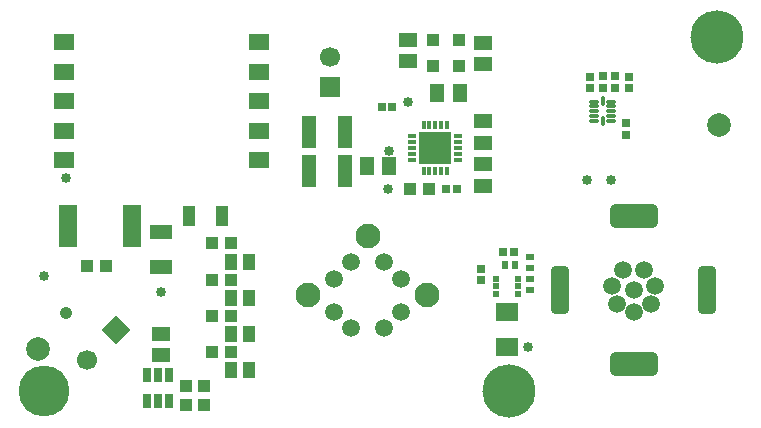
<source format=gts>
G04*
G04 #@! TF.GenerationSoftware,Altium Limited,Altium Designer,23.5.1 (21)*
G04*
G04 Layer_Color=8388736*
%FSLAX44Y44*%
%MOMM*%
G71*
G04*
G04 #@! TF.SameCoordinates,0C852D97-15EF-43E7-8D4E-587EAF6ACFB3*
G04*
G04*
G04 #@! TF.FilePolarity,Negative*
G04*
G01*
G75*
%ADD42R,0.7216X0.7216*%
%ADD43R,0.7516X0.6516*%
G04:AMPARAMS|DCode=44|XSize=0.82mm|YSize=0.32mm|CornerRadius=0.11mm|HoleSize=0mm|Usage=FLASHONLY|Rotation=0.000|XOffset=0mm|YOffset=0mm|HoleType=Round|Shape=RoundedRectangle|*
%AMROUNDEDRECTD44*
21,1,0.8200,0.1000,0,0,0.0*
21,1,0.6000,0.3200,0,0,0.0*
1,1,0.2200,0.3000,-0.0500*
1,1,0.2200,-0.3000,-0.0500*
1,1,0.2200,-0.3000,0.0500*
1,1,0.2200,0.3000,0.0500*
%
%ADD44ROUNDEDRECTD44*%
G04:AMPARAMS|DCode=45|XSize=0.82mm|YSize=0.32mm|CornerRadius=0.11mm|HoleSize=0mm|Usage=FLASHONLY|Rotation=270.000|XOffset=0mm|YOffset=0mm|HoleType=Round|Shape=RoundedRectangle|*
%AMROUNDEDRECTD45*
21,1,0.8200,0.1000,0,0,270.0*
21,1,0.6000,0.3200,0,0,270.0*
1,1,0.2200,-0.0500,-0.3000*
1,1,0.2200,-0.0500,0.3000*
1,1,0.2200,0.0500,0.3000*
1,1,0.2200,0.0500,-0.3000*
%
%ADD45ROUNDEDRECTD45*%
G04:AMPARAMS|DCode=46|XSize=4.1mm|YSize=2.1mm|CornerRadius=0.55mm|HoleSize=0mm|Usage=FLASHONLY|Rotation=0.000|XOffset=0mm|YOffset=0mm|HoleType=Round|Shape=RoundedRectangle|*
%AMROUNDEDRECTD46*
21,1,4.1000,1.0000,0,0,0.0*
21,1,3.0000,2.1000,0,0,0.0*
1,1,1.1000,1.5000,-0.5000*
1,1,1.1000,-1.5000,-0.5000*
1,1,1.1000,-1.5000,0.5000*
1,1,1.1000,1.5000,0.5000*
%
%ADD46ROUNDEDRECTD46*%
%ADD47C,0.8516*%
%ADD48R,1.6516X1.3716*%
%ADD49R,0.5516X0.6516*%
%ADD50R,1.5516X1.2516*%
%ADD51R,1.1016X1.0016*%
%ADD52R,0.7516X1.1616*%
%ADD53R,1.0516X1.4516*%
%ADD54R,1.0016X1.1016*%
%ADD55R,1.1516X1.5016*%
%ADD56R,1.9016X1.2516*%
%ADD57R,1.5016X3.6616*%
%ADD58R,1.0516X1.8016*%
%ADD59R,0.6016X0.5016*%
%ADD60C,2.0000*%
%ADD61R,2.7016X2.7016*%
%ADD62R,0.8016X0.3516*%
%ADD63R,0.3516X0.8016*%
%ADD64R,1.1016X1.1016*%
%ADD65R,1.8516X1.5016*%
%ADD66R,0.7216X0.7216*%
%ADD67R,0.6516X0.5516*%
%ADD68R,1.5016X1.1516*%
%ADD69R,1.2516X2.8016*%
%ADD70C,1.0524*%
%ADD71C,0.8524*%
G04:AMPARAMS|DCode=72|XSize=4.1mm|YSize=1.6mm|CornerRadius=0.425mm|HoleSize=0mm|Usage=FLASHONLY|Rotation=270.000|XOffset=0mm|YOffset=0mm|HoleType=Round|Shape=RoundedRectangle|*
%AMROUNDEDRECTD72*
21,1,4.1000,0.7500,0,0,270.0*
21,1,3.2500,1.6000,0,0,270.0*
1,1,0.8500,-0.3750,-1.6250*
1,1,0.8500,-0.3750,1.6250*
1,1,0.8500,0.3750,1.6250*
1,1,0.8500,0.3750,-1.6250*
%
%ADD72ROUNDEDRECTD72*%
%ADD73C,1.5000*%
%ADD74P,2.4042X4X270.0*%
%ADD75C,1.7000*%
%ADD76C,2.1000*%
%ADD77C,4.5032*%
%ADD78C,4.3016*%
%ADD79R,1.7000X1.7000*%
D42*
X462280Y257120D02*
D03*
Y266120D02*
D03*
X495300Y266120D02*
D03*
Y257120D02*
D03*
X370680Y103520D02*
D03*
Y94520D02*
D03*
D43*
X483870Y256540D02*
D03*
Y266540D02*
D03*
X493478Y217170D02*
D03*
Y227170D02*
D03*
X473478Y256540D02*
D03*
Y266540D02*
D03*
D44*
X480478Y245156D02*
D03*
Y229156D02*
D03*
Y237156D02*
D03*
Y241156D02*
D03*
Y233156D02*
D03*
X466478Y245156D02*
D03*
Y229156D02*
D03*
Y237156D02*
D03*
Y241156D02*
D03*
Y233156D02*
D03*
D45*
X473478Y245656D02*
D03*
Y228656D02*
D03*
D46*
X499612Y23247D02*
D03*
Y148247D02*
D03*
D47*
X480822Y178816D02*
D03*
X410210Y37030D02*
D03*
X308917Y245070D02*
D03*
X460502Y178816D02*
D03*
X291940Y171410D02*
D03*
X292100Y203708D02*
D03*
X99060Y83820D02*
D03*
X0Y97750D02*
D03*
D48*
X182826Y195618D02*
D03*
Y220618D02*
D03*
Y245618D02*
D03*
Y270618D02*
D03*
Y295618D02*
D03*
X17326Y195618D02*
D03*
Y220618D02*
D03*
Y245618D02*
D03*
Y270618D02*
D03*
Y295618D02*
D03*
D49*
X399470Y106680D02*
D03*
X390470D02*
D03*
D50*
X99060Y30370D02*
D03*
Y48370D02*
D03*
X308917Y279250D02*
D03*
Y297250D02*
D03*
X372417Y276710D02*
D03*
Y294710D02*
D03*
D51*
X120650Y-11810D02*
D03*
Y4190D02*
D03*
X135890Y-11810D02*
D03*
Y4190D02*
D03*
D52*
X87172Y13364D02*
D03*
X96672D02*
D03*
X106172D02*
D03*
Y-8636D02*
D03*
X96672D02*
D03*
X87172D02*
D03*
D53*
X158370Y78740D02*
D03*
X174370D02*
D03*
X158370Y48399D02*
D03*
X174370D02*
D03*
X158370Y17780D02*
D03*
X174370D02*
D03*
X158370Y109220D02*
D03*
X174370D02*
D03*
D54*
X142370Y63500D02*
D03*
X158370D02*
D03*
X53212Y106172D02*
D03*
X37212D02*
D03*
X142370Y125730D02*
D03*
X158370D02*
D03*
X142370Y93980D02*
D03*
X158370D02*
D03*
X142370Y33020D02*
D03*
X158370D02*
D03*
X326610Y171410D02*
D03*
X310610D02*
D03*
D55*
X292710Y190500D02*
D03*
X273710D02*
D03*
X352240Y252690D02*
D03*
X333240D02*
D03*
D56*
X99060Y135050D02*
D03*
Y105050D02*
D03*
D57*
X20330Y139700D02*
D03*
X74930D02*
D03*
D58*
X122810Y148336D02*
D03*
X150810D02*
D03*
D59*
X401770Y82360D02*
D03*
Y88860D02*
D03*
Y95360D02*
D03*
X382770D02*
D03*
Y88860D02*
D03*
Y82360D02*
D03*
D60*
X572262Y225806D02*
D03*
X-5080Y35560D02*
D03*
D61*
X331777Y205700D02*
D03*
D62*
X312277Y195700D02*
D03*
Y200700D02*
D03*
Y205700D02*
D03*
Y210700D02*
D03*
Y215700D02*
D03*
X351278D02*
D03*
Y210700D02*
D03*
Y205700D02*
D03*
Y200700D02*
D03*
Y195700D02*
D03*
D63*
X321777Y225200D02*
D03*
X326777D02*
D03*
X331777D02*
D03*
X336777D02*
D03*
X341777D02*
D03*
Y186200D02*
D03*
X336777D02*
D03*
X331777D02*
D03*
X326777D02*
D03*
X321777D02*
D03*
D64*
X351667Y275550D02*
D03*
X329667D02*
D03*
X351667Y297140D02*
D03*
X329667D02*
D03*
D65*
X392270Y37030D02*
D03*
Y67030D02*
D03*
D66*
X398200Y118110D02*
D03*
X389200D02*
D03*
X286330Y240221D02*
D03*
X295330D02*
D03*
X349780Y171410D02*
D03*
X340780D02*
D03*
D67*
X411480Y104720D02*
D03*
Y113720D02*
D03*
Y85670D02*
D03*
Y94670D02*
D03*
D68*
X372417Y192340D02*
D03*
Y173340D02*
D03*
Y229170D02*
D03*
Y210170D02*
D03*
D69*
X224870Y219670D02*
D03*
X254870D02*
D03*
X224870Y186650D02*
D03*
X254870D02*
D03*
D70*
X19200Y66500D02*
D03*
D71*
Y180500D02*
D03*
D72*
X437112Y85747D02*
D03*
X562112D02*
D03*
D73*
X518112Y89247D02*
D03*
X514112Y73747D02*
D03*
X499612Y85747D02*
D03*
Y67247D02*
D03*
X485112Y73747D02*
D03*
X481112Y89247D02*
D03*
X490612Y102247D02*
D03*
X508612D02*
D03*
X302320Y95286D02*
D03*
X288320Y109286D02*
D03*
X260320D02*
D03*
X246320Y95286D02*
D03*
Y67286D02*
D03*
X260320Y53286D02*
D03*
X288320D02*
D03*
X302320Y67286D02*
D03*
D74*
X61468Y51562D02*
D03*
D75*
X36719Y26813D02*
D03*
X242410Y282970D02*
D03*
D76*
X324320Y81286D02*
D03*
X274320Y131286D02*
D03*
X224320Y81286D02*
D03*
D77*
X570000Y300000D02*
D03*
X394500Y-0D02*
D03*
D78*
X0Y0D02*
D03*
D79*
X242410Y257970D02*
D03*
M02*

</source>
